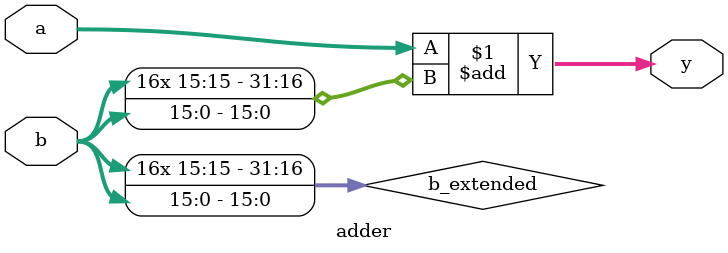
<source format=v>

module adder(input  [31:0] a,
             input  [15:0] b,
             output [31:0] y);

  wire [31:0] b_extended; // Create a temporary wire for extending b to 32 bits

  assign b_extended = {{16{b[15]}}, b}; // Zero-pad b to 32 bits

  assign y = a + b_extended; // Add a and the extended b

endmodule

</source>
